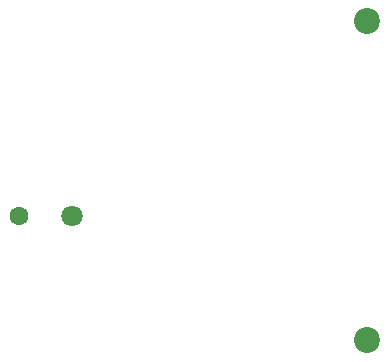
<source format=gbr>
%TF.GenerationSoftware,KiCad,Pcbnew,7.0.5*%
%TF.CreationDate,2023-10-22T13:56:56-04:00*%
%TF.ProjectId,PWR_module,5057525f-6d6f-4647-956c-652e6b696361,rev?*%
%TF.SameCoordinates,PX7270e00PY6a55ae0*%
%TF.FileFunction,Soldermask,Bot*%
%TF.FilePolarity,Negative*%
%FSLAX46Y46*%
G04 Gerber Fmt 4.6, Leading zero omitted, Abs format (unit mm)*
G04 Created by KiCad (PCBNEW 7.0.5) date 2023-10-22 13:56:56*
%MOMM*%
%LPD*%
G01*
G04 APERTURE LIST*
%ADD10C,2.200000*%
%ADD11C,1.600000*%
%ADD12C,1.800000*%
G04 APERTURE END LIST*
D10*
%TO.C,H3*%
X32000000Y5000000D03*
%TD*%
%TO.C,H2*%
X32000000Y32000000D03*
%TD*%
D11*
%TO.C,J1*%
X2500000Y15500000D03*
D12*
X7000000Y15500000D03*
%TD*%
M02*

</source>
